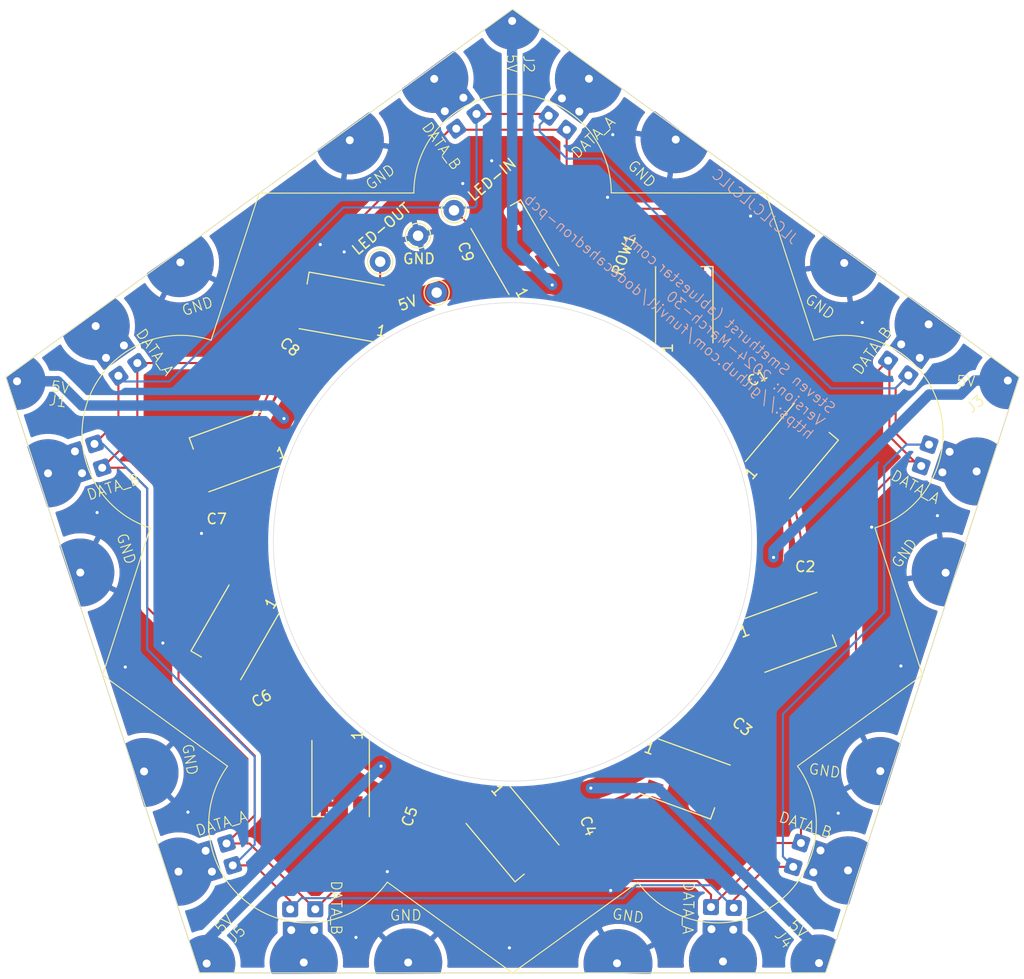
<source format=kicad_pcb>
(kicad_pcb (version 20240108) (generator "pcbnew") (generator_version "8.0")
  (layers (0 "F.Cu" signal) (31 "B.Cu" signal) (34 "B.Paste" user) (35 "F.Paste" user) (36 "B.SilkS" user "B.Silkscreen") (37 "F.SilkS" user "F.Silkscreen") (38 "B.Mask" user) (39 "F.Mask" user) (44 "Edge.Cuts" user))
  (net 0 "")
  (net 7 "GND")
  (net 8 "+5V")
  (net 17 "LED_OUT")
  (net 18 "LED_IN")
  (net 35 "Net-(WS2812B1-DOU)")
  (net 36 "Net-(WS2812B2-DOU)")
  (net 37 "Net-(WS2812B3-DOU)")
  (net 38 "Net-(WS2812B4-DOU)")
  (net 39 "Net-(WS2812B5-DOU)")
  (net 40 "Net-(WS2812B6-DOU)")
  (net 41 "Net-(WS2812B7-DOU)")
  (net 42 "Net-(WS2812B8-DOU)")
  (net 43 "Net-(WS2812B10-DIN)")
  (footprint "TestPoint:TestPoint_THTPad_D2.0mm_Drill1.0mm" (layer "F.Cu") (at 51.82 38.37)
    (property "Reference" "LED-OUT")
    (property "Value" "TestPoint")
  )
  (footprint "SWS-Library:C_0402_1005Metric" (layer "F.Cu") (at 55.28 89.66 -110)
    (property "Reference" "C5")
    (property "Value" "1uF,25V,X5R")
  )
  (footprint "SWS-Library:C_0402_1005Metric" (layer "F.Cu") (at 42.33 79.08 -150)
    (property "Reference" "C6")
    (property "Value" "1uF,25V,X5R")
  )
  (footprint "LED_SMD:LED_WS2812B_PLCC4_5.0x5.0mm_P3.2mm" (layer "F.Cu") (at 80.98 87.93 -20)
    (property "Reference" "WS2812B5" (hide yes))
    (property "Value" "XL-5050RGBC-WS2812B" (hide yes))
  )
  (footprint "SWS-Library:C_0402_1005Metric" (layer "F.Cu") (at 84.95 81.61 -40)
    (property "Reference" "C3")
    (property "Value" "1uF,25V,X5R")
  )
  (footprint "LED_SMD:LED_WS2812B_PLCC4_5.0x5.0mm_P3.2mm" (layer "F.Cu") (at 48.03 87.88 -90)
    (property "Reference" "WS2812B7" (hide yes))
    (property "Value" "XL-5050RGBC-WS2812B" (hide yes))
  )
  (footprint "SWS-Library:pentagon-corner" (layer "F.Cu") (at 64.5 14.169494 -144)
    (property "Reference" "J2")
    (property "Value" "Conn_01x08")
  )
  (footprint "LED_SMD:LED_WS2812B_PLCC4_5.0x5.0mm_P3.2mm" (layer "F.Cu") (at 80.95 42.49 90)
    (property "Reference" "WS2812B2" (hide yes))
    (property "Value" "XL-5050RGBC-WS2812B" (hide yes))
  )
  (footprint "SWS-Library:C_0402_1005Metric" (layer "F.Cu") (at 73.92 40.73 -110)
    (property "Reference" "ROW1")
    (property "Value" "10uF,10V,X5R ")
  )
  (footprint "LED_SMD:LED_WS2812B_PLCC4_5.0x5.0mm_P3.2mm" (layer "F.Cu") (at 91.16 73.87 20)
    (property "Reference" "WS2812B4" (hide yes))
    (property "Value" "XL-5050RGBC-WS2812B" (hide yes))
  )
  (footprint "SWS-Library:C_0402_1005Metric" (layer "F.Cu") (at 70.99 90.51 -70)
    (property "Reference" "C4")
    (property "Value" "1uF,25V,X5R")
  )
  (footprint "SWS-Library:C_0402_1005Metric" (layer "F.Cu") (at 86.15 50.48 30)
    (property "Reference" "C1")
    (property "Value" "1uF,25V,X5R")
  )
  (footprint "LED_SMD:LED_WS2812B_PLCC4_5.0x5.0mm_P3.2mm" (layer "F.Cu") (at 48.13 42.71 170)
    (property "Reference" "WS2812B10" (hide yes))
    (property "Value" "XL-5050RGBC-WS2812B" (hide yes))
  )
  (footprint "SWS-Library:pentagon-corner" (layer "F.Cu") (at 94.5 106.5 72)
    (property "Reference" "J4")
    (property "Value" "Conn_01x08")
  )
  (footprint "SWS-Library:C_0402_1005Metric" (layer "F.Cu") (at 38.39 62.9 180)
    (property "Reference" "C7")
    (property "Value" "1uF,25V,X5R")
  )
  (footprint "SWS-Library:C_0402_1005Metric" (layer "F.Cu") (at 44.89 47.87 140)
    (property "Reference" "C8")
    (property "Value" "1uF,25V,X5R")
  )
  (footprint "LED_SMD:LED_WS2812B_PLCC4_5.0x5.0mm_P3.2mm" (layer "F.Cu") (at 37.9 73.88 -120)
    (property "Reference" "WS2812B8" (hide yes))
    (property "Value" "XL-5050RGBC-WS2812B" (hide yes))
  )
  (footprint "LED_SMD:LED_WS2812B_PLCC4_5.0x5.0mm_P3.2mm" (layer "F.Cu") (at 64.72 36.98 120)
    (property "Reference" "WS2812B1" (hide yes))
    (property "Value" "XL-5050RGBC-WS2812B" (hide yes))
  )
  (footprint "TestPoint:TestPoint_THTPad_D2.0mm_Drill1.0mm" (layer "F.Cu") (at 55.45 35.88 -30)
    (property "Reference" "GND")
    (property "Value" "TestPoint")
  )
  (footprint "TestPoint:TestPoint_THTPad_D2.0mm_Drill1.0mm" (layer "F.Cu") (at 57.23 41.33)
    (property "Reference" "5V")
    (property "Value" "TestPoint")
  )
  (footprint "SWS-Library:pentagon-corner" (layer "F.Cu") (at 34.5 106.5)
    (property "Reference" "J5")
    (property "Value" "Conn_01x08")
  )
  (footprint "LED_SMD:LED_WS2812B_PLCC4_5.0x5.0mm_P3.2mm" (layer "F.Cu") (at 37.9 56.58 -160)
    (property "Reference" "WS2812B9" (hide yes))
    (property "Value" "XL-5050RGBC-WS2812B" (hide yes))
  )
  (footprint "SWS-Library:pentagon-corner" (layer "F.Cu") (at 113.04102 49.436609 144)
    (property "Reference" "J3")
    (property "Value" "Conn_01x08")
  )
  (footprint "SWS-Library:C_0402_1005Metric" (layer "F.Cu") (at 90.53 67.54)
    (property "Reference" "C2")
    (property "Value" "1uF,25V,X5R")
  )
  (footprint "TestPoint:TestPoint_THTPad_D2.0mm_Drill1.0mm" (layer "F.Cu") (at 58.89 33.45)
    (property "Reference" "LED-IN")
    (property "Value" "TestPoint")
  )
  (footprint "LED_SMD:LED_WS2812B_PLCC4_5.0x5.0mm_P3.2mm" (layer "F.Cu") (at 91.26 56.49 50)
    (property "Reference" "WS2812B3" (hide yes))
    (property "Value" "XL-5050RGBC-WS2812B" (hide yes))
  )
  (footprint "LED_SMD:LED_WS2812B_PLCC4_5.0x5.0mm_P3.2mm" (layer "F.Cu") (at 64.5 93.21 -50)
    (property "Reference" "WS2812B6" (hide yes))
    (property "Value" "XL-5050RGBC-WS2812B" (hide yes))
  )
  (footprint "SWS-Library:pentagon-corner" (layer "F.Cu") (at 15.95898 49.436609 -72)
    (property "Reference" "J1")
    (property "Value" "Conn_01x08")
  )
  (footprint "SWS-Library:C_0402_1005Metric" (layer "F.Cu") (at 60.71 39.2 110)
    (property "Reference" "C9")
    (property "Value" "1uF,25V,X5R")
  )
  (gr_arc (start 78.13 88.66) (mid 72.884735 91.685561) (end 67.338056 94.114796) (stroke (width 0.2)) (layer "F.Cu") (net 39))
  (gr_arc (start 61.68 92.41) (mid 55.595197 91.738237) (end 49.621359 90.400572) (stroke (width 0.2)) (layer "F.Cu") (net 40))
  (gr_arc (start 82.65 44.58) (mid 87.386548 48.835198) (end 91.603944 53.605435) (stroke (width 0.2)) (layer "F.Cu") (net 36))
  (gr_arc (start 89.419999 76.22) (mid 86.898959 81.861256) (end 83.762549 87.185008) (stroke (width 0.2)) (layer "F.Cu") (net 38))
  (gr_arc (start 37.69 70.87) (mid 36.449093 64.992573) (end 35.851052 59.015421) (stroke (width 0.2)) (layer "F.Cu") (net 42))
  (gr_arc (start 39.78 54.2) (mid 42.180492 48.813642) (end 45.143711 43.715158) (stroke (width 0.2)) (layer "F.Cu") (net 43))
  (gr_arc (start 46.32 85.409999) (mid 41.889604 81.421333) (end 37.915623 76.97776) (stroke (width 0.2)) (layer "F.Cu") (net 41))
  (gr_circle (center 64.51 65.19) (end 64.48 40.23) (stroke (width 2)) (fill none) (layer "F.Cu") (net 8))
  (gr_arc (start 90.939999 59.46) (mid 92.211665 65.428909) (end 92.813778 71.502002) (stroke (width 0.2)) (layer "F.Cu") (net 37))
  (gr_arc (start 67.37 38.27) (mid 73.404237 38.95814) (end 79.316954 40.345701) (stroke (width 0.2)) (layer "F.Cu") (net 35))
  (gr_line (start 113.04102 49.436609) (end 94.5 106.5) (stroke (width 0.05)) (layer "Edge.Cuts"))
  (gr_line (start 34.5 106.5) (end 94.5 106.5) (stroke (width 0.05)) (layer "Edge.Cuts"))
  (gr_circle (center 64.5 65.21) (end 64.7 42.3) (stroke (width 0.05)) (fill none) (layer "Edge.Cuts"))
  (gr_line (start 113.04102 49.436609) (end 64.5 14.169494) (stroke (width 0.05)) (layer "Edge.Cuts"))
  (gr_line (start 34.5 106.5) (end 15.95898 49.436609) (stroke (width 0.05)) (layer "Edge.Cuts"))
  (gr_line (start 64.5 14.169494) (end 15.95898 49.436609) (stroke (width 0.05)) (layer "Edge.Cuts"))
  (gr_text "Steven Smethurst (abluestar.com)\nVersion: 2024-March-30\nhttps://github.com/funvill/dodecahedron-pcb" (at 92.82 55.58 -40) (layer "B.SilkS") (effects (font (size 1 1) (thickness 0.1)) (justify left bottom mirror)))
  (gr_text "JLCJLCJLCJLC" (at 91.35 36.9 -40) (layer "B.SilkS") (effects (font (size 1 1) (thickness 0.1)) (justify left bottom mirror)))
  (via (at 105.2 62.7) (size 0.6) (drill 0.3) (layers "F.Cu" "B.Cu") (net 7))
  (via (at 87.3 34) (size 0.6) (drill 0.3) (layers "F.Cu" "B.Cu") (net 7))
  (via (at 62.5 28.7) (size 0.6) (drill 0.3) (layers "F.Cu" "B.Cu") (net 7))
  (via (at 49.5 103.1) (size 0.6) (drill 0.3) (layers "F.Cu" "B.Cu") (net 7))
  (via (at 48.37 37.43) (size 0.6) (drill 0.3) (layers "F.Cu" "B.Cu") (net 7))
  (via (at 98.9 63.8) (size 0.6) (drill 0.3) (layers "F.Cu" "B.Cu") (net 7))
  (via (at 33.4 91.1) (size 0.6) (drill 0.3) (layers "F.Cu" "B.Cu") (net 7))
  (via (at 59.73 30.88) (size 0.6) (drill 0.3) (layers "F.Cu" "B.Cu") (net 7))
  (via (at 73.9 98.6) (size 0.6) (drill 0.3) (layers "F.Cu" "B.Cu") (net 7))
  (via (at 95.7 91.2) (size 0.6) (drill 0.3) (layers "F.Cu" "B.Cu") (net 7))
  (via (at 24.7 62.4) (size 0.6) (drill 0.3) (layers "F.Cu" "B.Cu") (net 7))
  (via (at 73.6 32.2) (size 0.6) (drill 0.3) (layers "F.Cu" "B.Cu") (net 7))
  (via (at 52.5 96.8) (size 0.6) (drill 0.3) (layers "F.Cu" "B.Cu") (net 7))
  (via (at 31 74.9) (size 0.6) (drill 0.3) (layers "F.Cu" "B.Cu") (net 7))
  (via (at 101.7 77.1) (size 0.6) (drill 0.3) (layers "F.Cu" "B.Cu") (net 7))
  (via (at 46.08 36.73) (size 0.6) (drill 0.3) (layers "F.Cu" "B.Cu") (net 7))
  (via (at 64.2 104.1) (size 0.6) (drill 0.3) (layers "F.Cu" "B.Cu") (net 7))
  (via (at 74.1 26.2) (size 0.6) (drill 0.3) (layers "F.Cu" "B.Cu") (net 7))
  (via (at 34.7 64.4) (size 0.6) (drill 0.3) (layers "F.Cu" "B.Cu") (net 7))
  (via (at 98 44.2) (size 0.6) (drill 0.3) (layers "F.Cu" "B.Cu") (net 7))
  (via (at 27.4 77.2) (size 0.6) (drill 0.3) (layers "F.Cu" "B.Cu") (net 7))
  (via (at 89.5 66.7) (size 0.6) (drill 0.3) (layers "F.Cu" "B.Cu") (net 8))
  (via (at 42.6 53.4) (size 0.6) (drill 0.3) (layers "F.Cu" "B.Cu") (net 8))
  (via (at 68.3 40.6) (size 0.6) (drill 0.3) (layers "F.Cu" "B.Cu") (net 8))
  (via (at 72 88.8) (size 0.6) (drill 0.3) (layers "F.Cu" "B.Cu") (net 8))
  (via (at 51.9 86.7) (size 0.6) (drill 0.3) (layers "F.Cu" "B.Cu") (net 8))
  (segment (start 41.349024 52.149024) (end 42.6 53.4) (width 1) (layer "B.Cu") (net 8))
  (segment (start 107.434265 51.1) (end 104.4 51.1) (width 1) (layer "B.Cu") (net 8))
  (segment (start 93.860361 104.260361) (end 78.4 88.8) (width 1) (layer "B.Cu") (net 8))
  (segment (start 64.462695 15.309059) (end 64.462695 36.762695) (width 1) (layer "B.Cu") (net 8))
  (segment (start 108.78099 49.753275) (end 107.434265 51.1) (width 1) (layer "B.Cu") (net 8))
  (segment (start 89.5 66) (end 89.5 66.7) (width 1) (layer "B.Cu") (net 8))
  (segment (start 111.945701 49.753275) (end 108.78099 49.753275) (width 1) (layer "B.Cu") (net 8))
  (segment (start 64.462695 36.762695) (end 68.3 40.6) (width 1) (layer "B.Cu") (net 8))
  (segment (start 35.2 103.4) (end 51.9 86.7) (width 1) (layer "B.Cu") (net 8))
  (segment (start 78.4 88.8) (end 72 88.8) (width 1) (layer "B.Cu") (net 8))
  (segment (start 93.860361 105.556145) (end 93.860361 104.260361) (width 0.2) (layer "B.Cu") (net 8))
  (segment (start 23.249024 52.149024) (end 41.349024 52.149024) (width 1) (layer "B.Cu") (net 8))
  (segment (start 20.924233 49.824233) (end 23.249024 52.149024) (width 1) (layer "B.Cu") (net 8))
  (segment (start 35.2 105.6) (end 35.2 103.4) (width 0.2) (layer "B.Cu") (net 8))
  (segment (start 104.4 51.1) (end 89.5 66) (width 1) (layer "B.Cu") (net 8))
  (segment (start 17.031243 49.824233) (end 20.924233 49.824233) (width 1) (layer "B.Cu") (net 8))
  (segment (start 28.555525 48.077545) (end 28.555525 54.743321) (width 0.2) (layer "F.Cu") (net 17))
  (segment (start 97.4 78.2) (end 92.128644 83.471356) (width 0.2) (layer "F.Cu") (net 17))
  (segment (start 92.128644 94.058269) (end 89.647516 94.058269) (width 0.2) (layer "F.Cu") (net 17))
  (segment (start 50.829298 41.510505) (end 51.82 40.519803) (width 0.2) (layer "F.Cu") (net 17))
  (segment (start 100.6 55.1) (end 103.440178 57.940178) (width 0.2) (layer "F.Cu") (net 17))
  (segment (start 89.647516 94.058269) (end 83.510343 100.195442) (width 0.2) (layer "F.Cu") (net 17))
  (segment (start 92.128644 83.471356) (end 92.128644 94.058269) (width 0.2) (layer "F.Cu") (net 17))
  (segment (start 69.685093 25.729546) (end 69.685093 29.585093) (width 0.2) (layer "F.Cu") (net 17))
  (segment (start 73.4 33.3) (end 81.9 33.3) (width 0.2) (layer "F.Cu") (net 17))
  (segment (start 39.3 94.1) (end 45.6 100.4) (width 0.2) (layer "F.Cu") (net 17))
  (segment (start 59.105401 25.628914) (end 58.57109 25.628914) (width 0.2) (layer "F.Cu") (net 17))
  (segment (start 39.8 85.7) (end 32.5 78.4) (width 0.2) (layer "F.Cu") (net 17))
  (segment (start 39.8 91.4) (end 39.8 85.7) (width 0.2) (layer "F.Cu") (net 17))
  (segment (start 48.3 97.7) (end 45.6 100.4) (width 0.2) (layer "F.Cu") (net 17))
  (segment (start 58.57109 25.628914) (end 46.400004 37.8) (width 0.2) (layer "F.Cu") (net 17))
  (segment (start 37.1 94.1) (end 39.8 91.4) (width 0.2) (layer "F.Cu") (net 17))
  (segment (start 83.510343 99.010343) (end 82.2 97.7) (width 0.2) (layer "F.Cu") (net 17))
  (segment (start 28.555525 54.743321) (end 25.190513 58.108333) (width 0.2) (layer "F.Cu") (net 17))
  (segment (start 32.5 74.5) (end 29.5 71.5) (width 0.2) (layer "F.Cu") (net 17))
  (segment (start 37.1 94.1) (end 39.3 94.1) (width 0.2) (layer "F.Cu") (net 17))
  (segment (start 29.5 71.5) (end 29.5 60.1) (width 0.2) (layer "F.Cu") (net 17))
  (segment (start 59.206033 25.729546) (end 59.105401 25.628914) (width 0.2) (layer "F.Cu") (net 17))
  (segment (start 45.86 37.79) (end 46.390004 37.79) (width 0.2) (layer "F.Cu") (net 17))
  (segment (start 69.685093 25.729546) (end 59.206033 25.729546) (width 0.2) (layer "F.Cu") (net 17))
  (segment (start 51.82 40.519803) (end 51.82 38.37) (width 0.2) (layer "F.Cu") (net 17))
  (segment (start 100.475441 47.847196) (end 100.6 47.971755) (width 0.2) (layer "F.Cu") (net 17))
  (segment (start 27.508333 58.108333) (end 25.190513 58.108333) (width 0.2) (layer "F.Cu") (net 17))
  (segment (start 102.2 57.5) (end 97.4 62.3) (width 0.2) (layer "F.Cu") (net 17))
  (segment (start 35.572455 48.077545) (end 45.86 37.79) (width 0.2) (layer "F.Cu") (net 17))
  (segment (start 103.649039 57.940178) (end 103.208861 57.5) (width 0.2) (layer "F.Cu") (net 17))
  (segment (start 83.510343 100.195442) (end 83.510343 99.010343) (width 0.2) (layer "F.Cu") (net 17))
  (segment (start 69.685093 29.585093) (end 73.4 33.3) (width 0.2) (layer "F.Cu") (net 17))
  (segment (start 103.440178 57.940178) (end 103.649039 57.940178) (width 0.2) (layer "F.Cu") (net 17))
  (segment (start 47.118793 37.8) (end 50.794397 41.475604) (width 0.2) (layer "F.Cu") (net 17))
  (segment (start 99.422637 48.9) (end 100.475441 47.847196) (width 0.2) (layer "F.Cu") (net 17))
  (segment (start 81.9 33.3) (end 97.5 48.9) (width 0.2) (layer "F.Cu") (net 17))
  (segment (start 97.5 48.9) (end 99.422637 48.9) (width 0.2) (layer "F.Cu") (net 17))
  (segment (start 97.4 62.3) (end 97.4 78.2) (width 0.2) (layer "F.Cu") (net 17))
  (segment (start 82.2 97.7) (end 48.3 97.7) (width 0.2) (layer "F.Cu") (net 17))
  (segment (start 32.5 78.4) (end 32.5 74.5) (width 0.2) (layer "F.Cu") (net 17))
  (segment (start 103.208861 57.5) (end 102.2 57.5) (width 0.2) (layer "F.Cu") (net 17))
  (segment (start 28.555525 48.077545) (end 35.572455 48.077545) (width 0.2) (layer "F.Cu") (net 17))
  (segment (start 100.6 47.971755) (end 100.6 55.1) (width 0.2) (layer "F.Cu") (net 17))
  (segment (start 46.400004 37.8) (end 47.118793 37.8) (width 0.2) (layer "F.Cu") (net 17))
  (segment (start 29.5 60.1) (end 27.508333 58.108333) (width 0.2) (layer "F.Cu") (net 17))
  (segment (start 102.417082 49.257881) (end 101.2 50.474963) (width 0.2) (layer "F.Cu") (net 18))
  (segment (start 58.67 33.18) (end 61.173238 35.683238) (width 0.2) (layer "F.Cu") (net 18))
  (segment (start 67.965334 24.383282) (end 67.965334 24.834666) (width 0.2) (layer "F.Cu") (net 18))
  (segment (start 88.859195 96.340805) (end 91.387003 96.340805) (width 0.2) (layer "F.Cu") (net 18))
  (segment (start 43.2 99.6) (end 43.2 100.4) (width 0.2) (layer "F.Cu") (net 18))
  (segment (start 102.288571 55.888571) (end 104.397978 55.888571) (width 0.2) (layer "F.Cu") (net 18))
  (segment (start 26.743716 49.297115) (end 26.743716 53.530954) (width 0.2) (layer "F.Cu") (net 18))
  (segment (start 101.2 54.8) (end 102.288571 55.888571) (width 0.2) (layer "F.Cu") (net 18))
  (segment (start 39.8 96.2) (end 43.2 99.6) (width 0.2) (layer "F.Cu") (net 18))
  (segment (start 101.2 50.474963) (end 101.2 54.8) (width 0.2) (layer "F.Cu") (net 18))
  (segment (start 26.743716 53.530954) (end 24.448873 55.825797) (width 0.2) (layer "F.Cu") (net 18))
  (segment (start 85.692972 100.273744) (end 85.692972 99.507028) (width 0.2) (layer "F.Cu") (net 18))
  (segment (start 37.7 96.2) (end 39.8 96.2) (width 0.2) (layer "F.Cu") (net 18))
  (segment (start 91.387003 96.340805) (end 91.346198 96.3) (width 0.2) (layer "F.Cu") (net 18))
  (segment (start 67.800281 24.218229) (end 67.965334 24.383282) (width 0.2) (layer "F.Cu") (net 18))
  (segment (start 85.692972 99.507028) (end 88.859195 96.340805) (width 0.2) (layer "F.Cu") (net 18))
  (segment (start 61.173238 35.683238) (end 62.066058 35.683238) (width 0.2) (layer "F.Cu") (net 18))
  (segment (start 61.047042 24.218229) (end 67.800281 24.218229) (width 0.2) (layer "F.Cu") (net 18))
  (segment (start 100.1 72) (end 90.4 81.7) (width 0.2) (layer "B.Cu") (net 18))
  (segment (start 39.8 94.2) (end 37.8 96.2) (width 0.2) (layer "B.Cu") (net 18))
  (segment (start 48.29 33.18) (end 31.625757 49.844243) (width 0.2) (layer "B.Cu") (net 18))
  (segment (start 90.4 81.7) (end 90.4 95.353802) (width 0.2) (layer "B.Cu") (net 18))
  (segment (start 100.1 58) (end 100.1 72) (width 0.2) (layer "B.Cu") (net 18))
  (segment (start 76.351471 98.1) (end 75.113471 99.338) (width 0.2) (layer "B.Cu") (net 18))
  (segment (start 104.397978 55.888571) (end 102.211429 55.888571) (width 0.2) (layer "B.Cu") (net 18))
  (segment (start 61.047042 24.218229) (end 61.047042 32.972958) (width 0.2) (layer "B.Cu") (net 18))
  (segment (start 24.448873 55.825797) (end 25.250087 55.825797) (width 0.2) (layer "B.Cu") (net 18))
  (segment (start 27.290844 49.844243) (end 26.743716 49.297115) (width 0.2) (layer "B.Cu") (net 18))
  (segment (start 85.692972 100.273744) (end 83.519228 98.1) (width 0.2) (layer "B.Cu") (net 18))
  (segment (start 75.113471 99.338) (end 44.262 99.338) (width 0.2) (layer "B.Cu") (net 18))
  (segment (start 67.965334 24.383282) (end 67.1 25.248616) (width 0.2) (layer "B.Cu") (net 18))
  (segment (start 31.625757 49.844243) (end 27.290844 49.844243) (width 0.2) (layer "B.Cu") (net 18))
  (segment (start 95 50.5) (end 101.174963 50.5) (width 0.2) (layer "B.Cu") (net 18))
  (segment (start 67.1 25.9) (end 69.7 28.5) (width 0.2) (layer "B.Cu") (net 18))
  (segment (start 102.211429 55.888571) (end 100.1 58) (width 0.2) (layer "B.Cu") (net 18))
  (segment (start 37.8 96.2) (end 37.7 96.2) (width 0.2) (layer "B.Cu") (net 18))
  (segment (start 44.262 99.338) (end 43.2 100.4) (width 0.2) (layer "B.Cu") (net 18))
  (segment (start 67.1 25.248616) (end 67.1 25.9) (width 0.2) (layer "B.Cu") (net 18))
  (segment (start 29.5 75.5) (end 39.8 85.8) (width 0.2) (layer "B.Cu") (net 18))
  (segment (start 69.7 28.5) (end 73 28.5) (width 0.2) (layer "B.Cu") (net 18))
  (segment (start 61.047042 32.972958) (end 60.84 33.18) (width 0.2) (layer "B.Cu") (net 18))
  (segment (start 29.5 60.07571) (end 29.5 75.5) (width 0.2) (layer "B.Cu") (net 18))
  (segment (start 101.174963 50.5) (end 102.417082 49.257881) (width 0.2) (layer "B.Cu") (net 18))
  (segment (start 73 28.5) (end 95 50.5) (width 0.2) (layer "B.Cu") (net 18))
  (segment (start 60.84 33.18) (end 52.57 33.18) (width 0.2) (layer "B.Cu") (net 18))
  (segment (start 52.57 33.18) (end 48.29 33.18) (width 0.2) (layer "B.Cu") (net 18))
  (segment (start 90.4 95.353802) (end 91.387003 96.340805) (width 0.2) (layer "B.Cu") (net 18))
  (segment (start 83.519228 98.1) (end 76.351471 98.1) (width 0.2) (layer "B.Cu") (net 18))
  (segment (start 25.250087 55.825797) (end 29.5 60.07571) (width 0.2) (layer "B.Cu") (net 18))
  (segment (start 39.8 85.8) (end 39.8 94.2) (width 0.2) (layer "B.Cu") (net 18))
  (zone (net 7) (net_name "GND") (layers "F&B.Cu") (connect_pads (clearance 0.5)) (min_thickness 0.25) (fill yes (thermal_gap 0.5) (thermal_bridge_width 0.5))
    (polygon (pts (xy 64.5 13.3) (xy 113.5 49.3) (xy 94.7 106.7) (xy 34.2 107.1) (xy 15.4 49.3)))
  )
)
</source>
